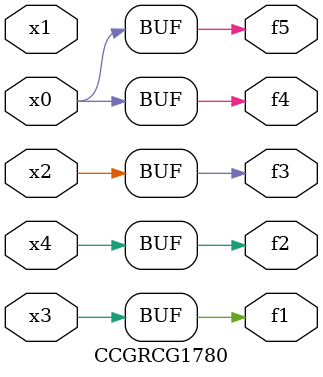
<source format=v>
module CCGRCG1780(
	input x0, x1, x2, x3, x4,
	output f1, f2, f3, f4, f5
);
	assign f1 = x3;
	assign f2 = x4;
	assign f3 = x2;
	assign f4 = x0;
	assign f5 = x0;
endmodule

</source>
